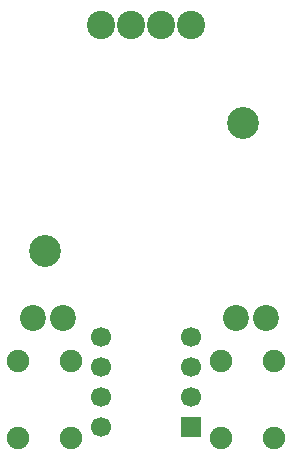
<source format=gbr>
G04 DipTrace 3.0.0.2*
G04 TopMask.gbr*
%MOIN*%
G04 #@! TF.FileFunction,Soldermask,Top*
G04 #@! TF.Part,Single*
%ADD19C,0.066929*%
%ADD27R,0.066929X0.066929*%
%ADD29C,0.094488*%
%ADD32C,0.074803*%
%ADD33C,0.086614*%
%ADD35C,0.106299*%
%FSLAX26Y26*%
G04*
G70*
G90*
G75*
G01*
G04 TopMask*
%LPD*%
D35*
X560012Y1090319D3*
D33*
X1295803Y868701D3*
D32*
X470803Y468701D3*
D19*
X745803Y806201D3*
D29*
Y1843701D3*
D33*
X520803Y868701D3*
D32*
X1145803Y468701D3*
X1322969Y468696D3*
Y724612D3*
X1145803Y724606D3*
X647969Y468696D3*
Y724612D3*
X470803Y724606D3*
D19*
X745803Y706201D3*
Y606201D3*
Y506201D3*
D27*
X1045803D3*
D19*
Y606201D3*
Y706201D3*
Y806201D3*
D33*
X620803Y868701D3*
X1195803D3*
D35*
X1220803Y1518701D3*
D29*
X845803Y1843701D3*
X945803D3*
X1045803D3*
M02*

</source>
